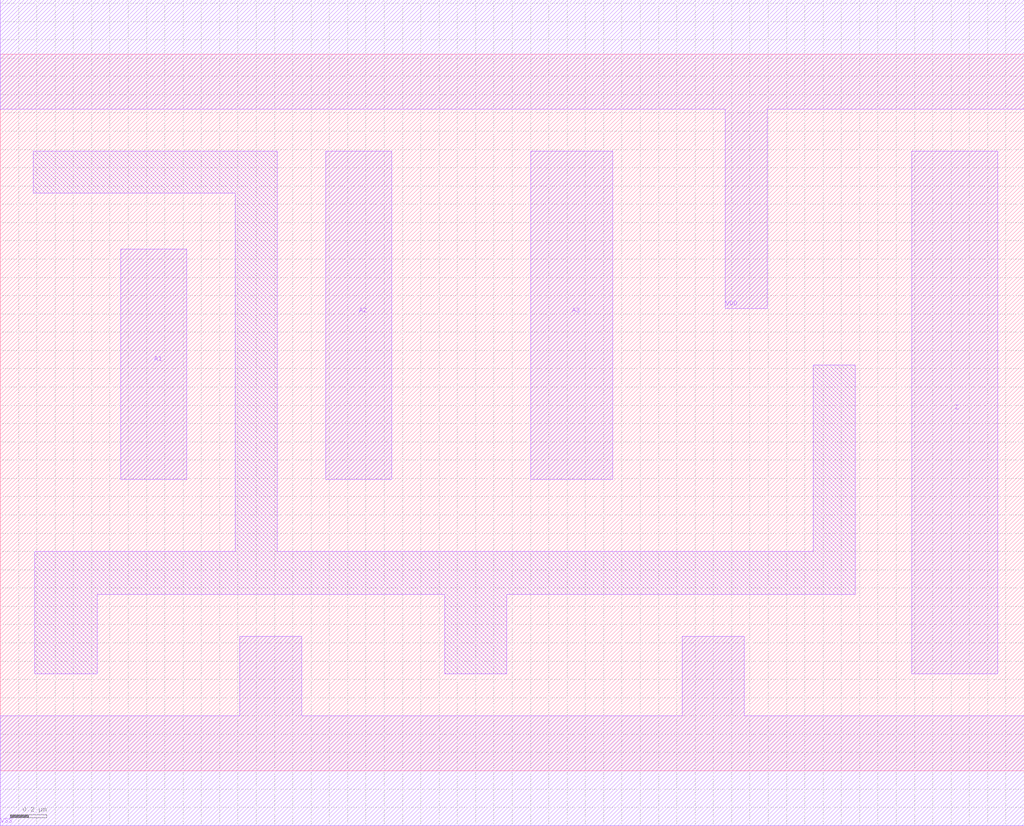
<source format=lef>
# Copyright 2022 GlobalFoundries PDK Authors
#
# Licensed under the Apache License, Version 2.0 (the "License");
# you may not use this file except in compliance with the License.
# You may obtain a copy of the License at
#
#      http://www.apache.org/licenses/LICENSE-2.0
#
# Unless required by applicable law or agreed to in writing, software
# distributed under the License is distributed on an "AS IS" BASIS,
# WITHOUT WARRANTIES OR CONDITIONS OF ANY KIND, either express or implied.
# See the License for the specific language governing permissions and
# limitations under the License.

MACRO gf180mcu_fd_sc_mcu7t5v0__or3_1
  CLASS core ;
  FOREIGN gf180mcu_fd_sc_mcu7t5v0__or3_1 0.0 0.0 ;
  ORIGIN 0 0 ;
  SYMMETRY X Y ;
  SITE GF018hv5v_mcu_sc7 ;
  SIZE 5.6 BY 3.92 ;
  PIN A1
    DIRECTION INPUT ;
    ANTENNAGATEAREA 0.52 ;
    PORT
      LAYER Metal1 ;
        POLYGON 0.66 1.595 1.02 1.595 1.02 2.855 0.66 2.855  ;
    END
  END A1
  PIN A2
    DIRECTION INPUT ;
    ANTENNAGATEAREA 0.52 ;
    PORT
      LAYER Metal1 ;
        POLYGON 1.78 1.595 2.14 1.595 2.14 3.39 1.78 3.39  ;
    END
  END A2
  PIN A3
    DIRECTION INPUT ;
    ANTENNAGATEAREA 0.52 ;
    PORT
      LAYER Metal1 ;
        POLYGON 2.9 1.595 3.35 1.595 3.35 3.39 2.9 3.39  ;
    END
  END A3
  PIN Z
    DIRECTION OUTPUT ;
    ANTENNADIFFAREA 0.8976 ;
    PORT
      LAYER Metal1 ;
        POLYGON 4.985 0.53 5.455 0.53 5.455 3.39 4.985 3.39  ;
    END
  END Z
  PIN VDD
    DIRECTION INOUT ;
    USE power ;
    SHAPE ABUTMENT ;
    PORT
      LAYER Metal1 ;
        POLYGON 0 3.62 3.965 3.62 3.965 2.53 4.195 2.53 4.195 3.62 4.675 3.62 5.6 3.62 5.6 4.22 4.675 4.22 0 4.22  ;
    END
  END VDD
  PIN VSS
    DIRECTION INOUT ;
    USE ground ;
    SHAPE ABUTMENT ;
    PORT
      LAYER Metal1 ;
        POLYGON 0 -0.3 5.6 -0.3 5.6 0.3 4.07 0.3 4.07 0.735 3.73 0.735 3.73 0.3 1.65 0.3 1.65 0.735 1.31 0.735 1.31 0.3 0 0.3  ;
    END
  END VSS
  OBS
      LAYER Metal1 ;
        POLYGON 0.18 3.16 1.285 3.16 1.285 1.2 0.19 1.2 0.19 0.53 0.53 0.53 0.53 0.965 2.43 0.965 2.43 0.53 2.77 0.53 2.77 0.965 4.675 0.965 4.675 2.22 4.445 2.22 4.445 1.2 1.515 1.2 1.515 3.39 0.18 3.39  ;
  END
END gf180mcu_fd_sc_mcu7t5v0__or3_1

</source>
